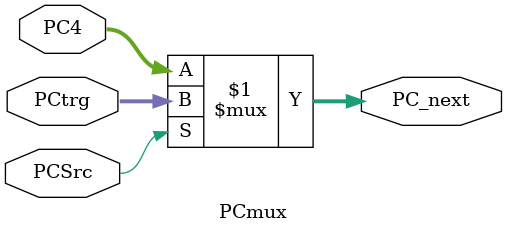
<source format=v>

module Prgm_counter(
    input clk,
    input reset,
    input [31:0] PC_next,
    output reg [31:0] PC
);
    // Initialize PC to 0
    initial begin
        PC = 32'b0;
    end

    // Synchronous process triggered on the rising edge of clk
    always @(posedge clk) begin
        if (reset) 
            PC <= 32'b0;  // Reset to all zeros
        else
            PC <= PC_next; 
    end
endmodule

module PCplus4(
    input [31:0] PC,
    input [31:0] const4,
    output [31:0] PC4
    );
    assign PC4 = PC+const4;
endmodule

module PCmux(PC4,PCSrc,PC_next,PCtrg);//A>PC+4,c>PCnext
input PCSrc;
input [31:0]PC4;
input [31:0]PCtrg;
output [31:0]PC_next;
assign PC_next=PCSrc?PCtrg:PC4;
endmodule








/*
module instructionmem(clk, reset, PC, instruction_out);
  input clk, reset;
  input [31:0] PC;
  output [31:0] instruction_out;
 
  reg [31:0] memory [63:0]; // 64 words, each 32-bit wide
  integer k;

  assign instruction_out = memory[PC >> 2]; // Fetch instruction

  always @(posedge clk) begin
    if (reset == 1'b1) begin
      for (k = 0; k < 64; k = k + 1)
        memory[k] = 32'b0; // Correct indexing

        //Sample Instruction Codes
        memory[0] = 32'h00500113;   
        memory[1] = 32'h00C00193;   
        memory[2] = 32'h003100B3; 
        
    end
  end
endmodule
*/



</source>
